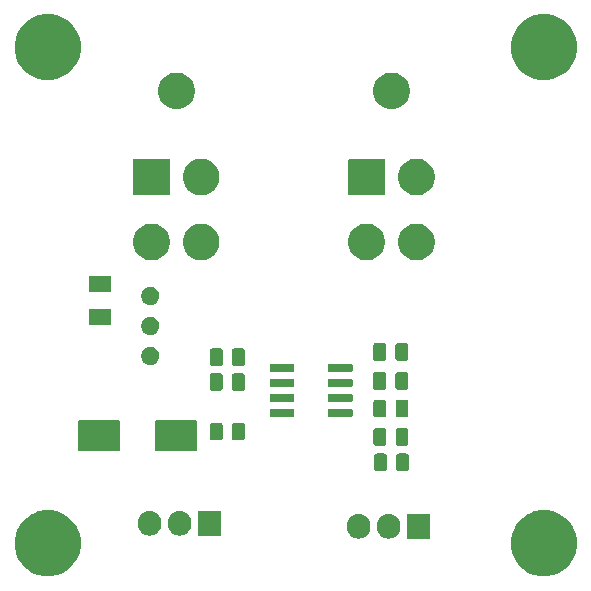
<source format=gbr>
G04 #@! TF.GenerationSoftware,KiCad,Pcbnew,(5.1.5)-3*
G04 #@! TF.CreationDate,2020-09-18T03:55:18-03:00*
G04 #@! TF.ProjectId,Pre charge & discharge,50726520-6368-4617-9267-652026206469,rev?*
G04 #@! TF.SameCoordinates,Original*
G04 #@! TF.FileFunction,Soldermask,Top*
G04 #@! TF.FilePolarity,Negative*
%FSLAX46Y46*%
G04 Gerber Fmt 4.6, Leading zero omitted, Abs format (unit mm)*
G04 Created by KiCad (PCBNEW (5.1.5)-3) date 2020-09-18 03:55:18*
%MOMM*%
%LPD*%
G04 APERTURE LIST*
%ADD10C,0.100000*%
G04 APERTURE END LIST*
D10*
G36*
X191817021Y-83306640D02*
G01*
X192269697Y-83494145D01*
X192326771Y-83517786D01*
X192785534Y-83824321D01*
X193175679Y-84214466D01*
X193464551Y-84646795D01*
X193482215Y-84673231D01*
X193693360Y-85182979D01*
X193801000Y-85724124D01*
X193801000Y-86275876D01*
X193693360Y-86817021D01*
X193482215Y-87326769D01*
X193482214Y-87326771D01*
X193175679Y-87785534D01*
X192785534Y-88175679D01*
X192326771Y-88482214D01*
X192326770Y-88482215D01*
X192326769Y-88482215D01*
X191817021Y-88693360D01*
X191275876Y-88801000D01*
X190724124Y-88801000D01*
X190182979Y-88693360D01*
X189673231Y-88482215D01*
X189673230Y-88482215D01*
X189673229Y-88482214D01*
X189214466Y-88175679D01*
X188824321Y-87785534D01*
X188517786Y-87326771D01*
X188517785Y-87326769D01*
X188306640Y-86817021D01*
X188199000Y-86275876D01*
X188199000Y-85724124D01*
X188306640Y-85182979D01*
X188517785Y-84673231D01*
X188535449Y-84646795D01*
X188824321Y-84214466D01*
X189214466Y-83824321D01*
X189673229Y-83517786D01*
X189730303Y-83494145D01*
X190182979Y-83306640D01*
X190724124Y-83199000D01*
X191275876Y-83199000D01*
X191817021Y-83306640D01*
G37*
G36*
X149817021Y-83306640D02*
G01*
X150269697Y-83494145D01*
X150326771Y-83517786D01*
X150785534Y-83824321D01*
X151175679Y-84214466D01*
X151464551Y-84646795D01*
X151482215Y-84673231D01*
X151693360Y-85182979D01*
X151801000Y-85724124D01*
X151801000Y-86275876D01*
X151693360Y-86817021D01*
X151482215Y-87326769D01*
X151482214Y-87326771D01*
X151175679Y-87785534D01*
X150785534Y-88175679D01*
X150326771Y-88482214D01*
X150326770Y-88482215D01*
X150326769Y-88482215D01*
X149817021Y-88693360D01*
X149275876Y-88801000D01*
X148724124Y-88801000D01*
X148182979Y-88693360D01*
X147673231Y-88482215D01*
X147673230Y-88482215D01*
X147673229Y-88482214D01*
X147214466Y-88175679D01*
X146824321Y-87785534D01*
X146517786Y-87326771D01*
X146517785Y-87326769D01*
X146306640Y-86817021D01*
X146199000Y-86275876D01*
X146199000Y-85724124D01*
X146306640Y-85182979D01*
X146517785Y-84673231D01*
X146535449Y-84646795D01*
X146824321Y-84214466D01*
X147214466Y-83824321D01*
X147673229Y-83517786D01*
X147730303Y-83494145D01*
X148182979Y-83306640D01*
X148724124Y-83199000D01*
X149275876Y-83199000D01*
X149817021Y-83306640D01*
G37*
G36*
X178056720Y-83513520D02*
G01*
X178245881Y-83570901D01*
X178420212Y-83664083D01*
X178573015Y-83789485D01*
X178698417Y-83942288D01*
X178742182Y-84024167D01*
X178791598Y-84116617D01*
X178791599Y-84116620D01*
X178848980Y-84305781D01*
X178863500Y-84453207D01*
X178863500Y-84646794D01*
X178848980Y-84794220D01*
X178791599Y-84983381D01*
X178698417Y-85157712D01*
X178573015Y-85310515D01*
X178420212Y-85435917D01*
X178338333Y-85479682D01*
X178245883Y-85529098D01*
X178245880Y-85529099D01*
X178056719Y-85586480D01*
X177860000Y-85605855D01*
X177663280Y-85586480D01*
X177474119Y-85529099D01*
X177299788Y-85435917D01*
X177146985Y-85310515D01*
X177021583Y-85157712D01*
X176969630Y-85060515D01*
X176928402Y-84983383D01*
X176905448Y-84907712D01*
X176871020Y-84794219D01*
X176856500Y-84646793D01*
X176856500Y-84453206D01*
X176871020Y-84305780D01*
X176928401Y-84116619D01*
X177021583Y-83942288D01*
X177146985Y-83789485D01*
X177299788Y-83664083D01*
X177474120Y-83570901D01*
X177663281Y-83513520D01*
X177860000Y-83494145D01*
X178056720Y-83513520D01*
G37*
G36*
X175516720Y-83513520D02*
G01*
X175705881Y-83570901D01*
X175880212Y-83664083D01*
X176033015Y-83789485D01*
X176158417Y-83942288D01*
X176202182Y-84024167D01*
X176251598Y-84116617D01*
X176251599Y-84116620D01*
X176308980Y-84305781D01*
X176323500Y-84453207D01*
X176323500Y-84646794D01*
X176308980Y-84794220D01*
X176251599Y-84983381D01*
X176158417Y-85157712D01*
X176033015Y-85310515D01*
X175880212Y-85435917D01*
X175798333Y-85479682D01*
X175705883Y-85529098D01*
X175705880Y-85529099D01*
X175516719Y-85586480D01*
X175320000Y-85605855D01*
X175123280Y-85586480D01*
X174934119Y-85529099D01*
X174759788Y-85435917D01*
X174606985Y-85310515D01*
X174481583Y-85157712D01*
X174429630Y-85060515D01*
X174388402Y-84983383D01*
X174365448Y-84907712D01*
X174331020Y-84794219D01*
X174316500Y-84646793D01*
X174316500Y-84453206D01*
X174331020Y-84305780D01*
X174388401Y-84116619D01*
X174481583Y-83942288D01*
X174606985Y-83789485D01*
X174759788Y-83664083D01*
X174934120Y-83570901D01*
X175123281Y-83513520D01*
X175320000Y-83494145D01*
X175516720Y-83513520D01*
G37*
G36*
X181403500Y-85601000D02*
G01*
X179396500Y-85601000D01*
X179396500Y-83499000D01*
X181403500Y-83499000D01*
X181403500Y-85601000D01*
G37*
G36*
X157816720Y-83263520D02*
G01*
X158005881Y-83320901D01*
X158180212Y-83414083D01*
X158333015Y-83539485D01*
X158458417Y-83692288D01*
X158502182Y-83774167D01*
X158551598Y-83866617D01*
X158551599Y-83866620D01*
X158608980Y-84055781D01*
X158623500Y-84203207D01*
X158623500Y-84396794D01*
X158608980Y-84544220D01*
X158551599Y-84733381D01*
X158458417Y-84907712D01*
X158333015Y-85060515D01*
X158180212Y-85185917D01*
X158098333Y-85229682D01*
X158005883Y-85279098D01*
X158005880Y-85279099D01*
X157816719Y-85336480D01*
X157620000Y-85355855D01*
X157423280Y-85336480D01*
X157234119Y-85279099D01*
X157059788Y-85185917D01*
X156906985Y-85060515D01*
X156781583Y-84907712D01*
X156737818Y-84825833D01*
X156688402Y-84733383D01*
X156662136Y-84646794D01*
X156631020Y-84544219D01*
X156616500Y-84396793D01*
X156616500Y-84203206D01*
X156631020Y-84055780D01*
X156688401Y-83866619D01*
X156781583Y-83692288D01*
X156906985Y-83539485D01*
X157059788Y-83414083D01*
X157234120Y-83320901D01*
X157423281Y-83263520D01*
X157620000Y-83244145D01*
X157816720Y-83263520D01*
G37*
G36*
X160356720Y-83263520D02*
G01*
X160545881Y-83320901D01*
X160720212Y-83414083D01*
X160873015Y-83539485D01*
X160998417Y-83692288D01*
X161042182Y-83774167D01*
X161091598Y-83866617D01*
X161091599Y-83866620D01*
X161148980Y-84055781D01*
X161163500Y-84203207D01*
X161163500Y-84396794D01*
X161148980Y-84544220D01*
X161091599Y-84733381D01*
X160998417Y-84907712D01*
X160873015Y-85060515D01*
X160720212Y-85185917D01*
X160638333Y-85229682D01*
X160545883Y-85279098D01*
X160545880Y-85279099D01*
X160356719Y-85336480D01*
X160160000Y-85355855D01*
X159963280Y-85336480D01*
X159774119Y-85279099D01*
X159599788Y-85185917D01*
X159446985Y-85060515D01*
X159321583Y-84907712D01*
X159277818Y-84825833D01*
X159228402Y-84733383D01*
X159202136Y-84646794D01*
X159171020Y-84544219D01*
X159156500Y-84396793D01*
X159156500Y-84203206D01*
X159171020Y-84055780D01*
X159228401Y-83866619D01*
X159321583Y-83692288D01*
X159446985Y-83539485D01*
X159599788Y-83414083D01*
X159774120Y-83320901D01*
X159963281Y-83263520D01*
X160160000Y-83244145D01*
X160356720Y-83263520D01*
G37*
G36*
X163703500Y-85351000D02*
G01*
X161696500Y-85351000D01*
X161696500Y-83249000D01*
X163703500Y-83249000D01*
X163703500Y-85351000D01*
G37*
G36*
X177534468Y-78403565D02*
G01*
X177573138Y-78415296D01*
X177608777Y-78434346D01*
X177640017Y-78459983D01*
X177665654Y-78491223D01*
X177684704Y-78526862D01*
X177696435Y-78565532D01*
X177701000Y-78611888D01*
X177701000Y-79688112D01*
X177696435Y-79734468D01*
X177684704Y-79773138D01*
X177665654Y-79808777D01*
X177640017Y-79840017D01*
X177608777Y-79865654D01*
X177573138Y-79884704D01*
X177534468Y-79896435D01*
X177488112Y-79901000D01*
X176836888Y-79901000D01*
X176790532Y-79896435D01*
X176751862Y-79884704D01*
X176716223Y-79865654D01*
X176684983Y-79840017D01*
X176659346Y-79808777D01*
X176640296Y-79773138D01*
X176628565Y-79734468D01*
X176624000Y-79688112D01*
X176624000Y-78611888D01*
X176628565Y-78565532D01*
X176640296Y-78526862D01*
X176659346Y-78491223D01*
X176684983Y-78459983D01*
X176716223Y-78434346D01*
X176751862Y-78415296D01*
X176790532Y-78403565D01*
X176836888Y-78399000D01*
X177488112Y-78399000D01*
X177534468Y-78403565D01*
G37*
G36*
X179409468Y-78403565D02*
G01*
X179448138Y-78415296D01*
X179483777Y-78434346D01*
X179515017Y-78459983D01*
X179540654Y-78491223D01*
X179559704Y-78526862D01*
X179571435Y-78565532D01*
X179576000Y-78611888D01*
X179576000Y-79688112D01*
X179571435Y-79734468D01*
X179559704Y-79773138D01*
X179540654Y-79808777D01*
X179515017Y-79840017D01*
X179483777Y-79865654D01*
X179448138Y-79884704D01*
X179409468Y-79896435D01*
X179363112Y-79901000D01*
X178711888Y-79901000D01*
X178665532Y-79896435D01*
X178626862Y-79884704D01*
X178591223Y-79865654D01*
X178559983Y-79840017D01*
X178534346Y-79808777D01*
X178515296Y-79773138D01*
X178503565Y-79734468D01*
X178499000Y-79688112D01*
X178499000Y-78611888D01*
X178503565Y-78565532D01*
X178515296Y-78526862D01*
X178534346Y-78491223D01*
X178559983Y-78459983D01*
X178591223Y-78434346D01*
X178626862Y-78415296D01*
X178665532Y-78403565D01*
X178711888Y-78399000D01*
X179363112Y-78399000D01*
X179409468Y-78403565D01*
G37*
G36*
X161521934Y-75602671D02*
G01*
X161551877Y-75611754D01*
X161579465Y-75626500D01*
X161603651Y-75646349D01*
X161623500Y-75670535D01*
X161638246Y-75698123D01*
X161647329Y-75728066D01*
X161651000Y-75765340D01*
X161651000Y-78034660D01*
X161647329Y-78071934D01*
X161638246Y-78101877D01*
X161623500Y-78129465D01*
X161603651Y-78153651D01*
X161579465Y-78173500D01*
X161551877Y-78188246D01*
X161521934Y-78197329D01*
X161484660Y-78201000D01*
X158215340Y-78201000D01*
X158178066Y-78197329D01*
X158148123Y-78188246D01*
X158120535Y-78173500D01*
X158096349Y-78153651D01*
X158076500Y-78129465D01*
X158061754Y-78101877D01*
X158052671Y-78071934D01*
X158049000Y-78034660D01*
X158049000Y-75765340D01*
X158052671Y-75728066D01*
X158061754Y-75698123D01*
X158076500Y-75670535D01*
X158096349Y-75646349D01*
X158120535Y-75626500D01*
X158148123Y-75611754D01*
X158178066Y-75602671D01*
X158215340Y-75599000D01*
X161484660Y-75599000D01*
X161521934Y-75602671D01*
G37*
G36*
X155021934Y-75602671D02*
G01*
X155051877Y-75611754D01*
X155079465Y-75626500D01*
X155103651Y-75646349D01*
X155123500Y-75670535D01*
X155138246Y-75698123D01*
X155147329Y-75728066D01*
X155151000Y-75765340D01*
X155151000Y-78034660D01*
X155147329Y-78071934D01*
X155138246Y-78101877D01*
X155123500Y-78129465D01*
X155103651Y-78153651D01*
X155079465Y-78173500D01*
X155051877Y-78188246D01*
X155021934Y-78197329D01*
X154984660Y-78201000D01*
X151715340Y-78201000D01*
X151678066Y-78197329D01*
X151648123Y-78188246D01*
X151620535Y-78173500D01*
X151596349Y-78153651D01*
X151576500Y-78129465D01*
X151561754Y-78101877D01*
X151552671Y-78071934D01*
X151549000Y-78034660D01*
X151549000Y-75765340D01*
X151552671Y-75728066D01*
X151561754Y-75698123D01*
X151576500Y-75670535D01*
X151596349Y-75646349D01*
X151620535Y-75626500D01*
X151648123Y-75611754D01*
X151678066Y-75602671D01*
X151715340Y-75599000D01*
X154984660Y-75599000D01*
X155021934Y-75602671D01*
G37*
G36*
X177484468Y-76253565D02*
G01*
X177523138Y-76265296D01*
X177558777Y-76284346D01*
X177590017Y-76309983D01*
X177615654Y-76341223D01*
X177634704Y-76376862D01*
X177646435Y-76415532D01*
X177651000Y-76461888D01*
X177651000Y-77538112D01*
X177646435Y-77584468D01*
X177634704Y-77623138D01*
X177615654Y-77658777D01*
X177590017Y-77690017D01*
X177558777Y-77715654D01*
X177523138Y-77734704D01*
X177484468Y-77746435D01*
X177438112Y-77751000D01*
X176786888Y-77751000D01*
X176740532Y-77746435D01*
X176701862Y-77734704D01*
X176666223Y-77715654D01*
X176634983Y-77690017D01*
X176609346Y-77658777D01*
X176590296Y-77623138D01*
X176578565Y-77584468D01*
X176574000Y-77538112D01*
X176574000Y-76461888D01*
X176578565Y-76415532D01*
X176590296Y-76376862D01*
X176609346Y-76341223D01*
X176634983Y-76309983D01*
X176666223Y-76284346D01*
X176701862Y-76265296D01*
X176740532Y-76253565D01*
X176786888Y-76249000D01*
X177438112Y-76249000D01*
X177484468Y-76253565D01*
G37*
G36*
X179359468Y-76253565D02*
G01*
X179398138Y-76265296D01*
X179433777Y-76284346D01*
X179465017Y-76309983D01*
X179490654Y-76341223D01*
X179509704Y-76376862D01*
X179521435Y-76415532D01*
X179526000Y-76461888D01*
X179526000Y-77538112D01*
X179521435Y-77584468D01*
X179509704Y-77623138D01*
X179490654Y-77658777D01*
X179465017Y-77690017D01*
X179433777Y-77715654D01*
X179398138Y-77734704D01*
X179359468Y-77746435D01*
X179313112Y-77751000D01*
X178661888Y-77751000D01*
X178615532Y-77746435D01*
X178576862Y-77734704D01*
X178541223Y-77715654D01*
X178509983Y-77690017D01*
X178484346Y-77658777D01*
X178465296Y-77623138D01*
X178453565Y-77584468D01*
X178449000Y-77538112D01*
X178449000Y-76461888D01*
X178453565Y-76415532D01*
X178465296Y-76376862D01*
X178484346Y-76341223D01*
X178509983Y-76309983D01*
X178541223Y-76284346D01*
X178576862Y-76265296D01*
X178615532Y-76253565D01*
X178661888Y-76249000D01*
X179313112Y-76249000D01*
X179359468Y-76253565D01*
G37*
G36*
X163634468Y-75803565D02*
G01*
X163673138Y-75815296D01*
X163708777Y-75834346D01*
X163740017Y-75859983D01*
X163765654Y-75891223D01*
X163784704Y-75926862D01*
X163796435Y-75965532D01*
X163801000Y-76011888D01*
X163801000Y-77088112D01*
X163796435Y-77134468D01*
X163784704Y-77173138D01*
X163765654Y-77208777D01*
X163740017Y-77240017D01*
X163708777Y-77265654D01*
X163673138Y-77284704D01*
X163634468Y-77296435D01*
X163588112Y-77301000D01*
X162936888Y-77301000D01*
X162890532Y-77296435D01*
X162851862Y-77284704D01*
X162816223Y-77265654D01*
X162784983Y-77240017D01*
X162759346Y-77208777D01*
X162740296Y-77173138D01*
X162728565Y-77134468D01*
X162724000Y-77088112D01*
X162724000Y-76011888D01*
X162728565Y-75965532D01*
X162740296Y-75926862D01*
X162759346Y-75891223D01*
X162784983Y-75859983D01*
X162816223Y-75834346D01*
X162851862Y-75815296D01*
X162890532Y-75803565D01*
X162936888Y-75799000D01*
X163588112Y-75799000D01*
X163634468Y-75803565D01*
G37*
G36*
X165509468Y-75803565D02*
G01*
X165548138Y-75815296D01*
X165583777Y-75834346D01*
X165615017Y-75859983D01*
X165640654Y-75891223D01*
X165659704Y-75926862D01*
X165671435Y-75965532D01*
X165676000Y-76011888D01*
X165676000Y-77088112D01*
X165671435Y-77134468D01*
X165659704Y-77173138D01*
X165640654Y-77208777D01*
X165615017Y-77240017D01*
X165583777Y-77265654D01*
X165548138Y-77284704D01*
X165509468Y-77296435D01*
X165463112Y-77301000D01*
X164811888Y-77301000D01*
X164765532Y-77296435D01*
X164726862Y-77284704D01*
X164691223Y-77265654D01*
X164659983Y-77240017D01*
X164634346Y-77208777D01*
X164615296Y-77173138D01*
X164603565Y-77134468D01*
X164599000Y-77088112D01*
X164599000Y-76011888D01*
X164603565Y-75965532D01*
X164615296Y-75926862D01*
X164634346Y-75891223D01*
X164659983Y-75859983D01*
X164691223Y-75834346D01*
X164726862Y-75815296D01*
X164765532Y-75803565D01*
X164811888Y-75799000D01*
X165463112Y-75799000D01*
X165509468Y-75803565D01*
G37*
G36*
X177484468Y-73853565D02*
G01*
X177523138Y-73865296D01*
X177558777Y-73884346D01*
X177590017Y-73909983D01*
X177615654Y-73941223D01*
X177634704Y-73976862D01*
X177646435Y-74015532D01*
X177651000Y-74061888D01*
X177651000Y-75138112D01*
X177646435Y-75184468D01*
X177634704Y-75223138D01*
X177615654Y-75258777D01*
X177590017Y-75290017D01*
X177558777Y-75315654D01*
X177523138Y-75334704D01*
X177484468Y-75346435D01*
X177438112Y-75351000D01*
X176786888Y-75351000D01*
X176740532Y-75346435D01*
X176701862Y-75334704D01*
X176666223Y-75315654D01*
X176634983Y-75290017D01*
X176609346Y-75258777D01*
X176590296Y-75223138D01*
X176578565Y-75184468D01*
X176574000Y-75138112D01*
X176574000Y-74061888D01*
X176578565Y-74015532D01*
X176590296Y-73976862D01*
X176609346Y-73941223D01*
X176634983Y-73909983D01*
X176666223Y-73884346D01*
X176701862Y-73865296D01*
X176740532Y-73853565D01*
X176786888Y-73849000D01*
X177438112Y-73849000D01*
X177484468Y-73853565D01*
G37*
G36*
X179359468Y-73853565D02*
G01*
X179398138Y-73865296D01*
X179433777Y-73884346D01*
X179465017Y-73909983D01*
X179490654Y-73941223D01*
X179509704Y-73976862D01*
X179521435Y-74015532D01*
X179526000Y-74061888D01*
X179526000Y-75138112D01*
X179521435Y-75184468D01*
X179509704Y-75223138D01*
X179490654Y-75258777D01*
X179465017Y-75290017D01*
X179433777Y-75315654D01*
X179398138Y-75334704D01*
X179359468Y-75346435D01*
X179313112Y-75351000D01*
X178661888Y-75351000D01*
X178615532Y-75346435D01*
X178576862Y-75334704D01*
X178541223Y-75315654D01*
X178509983Y-75290017D01*
X178484346Y-75258777D01*
X178465296Y-75223138D01*
X178453565Y-75184468D01*
X178449000Y-75138112D01*
X178449000Y-74061888D01*
X178453565Y-74015532D01*
X178465296Y-73976862D01*
X178484346Y-73941223D01*
X178509983Y-73909983D01*
X178541223Y-73884346D01*
X178576862Y-73865296D01*
X178615532Y-73853565D01*
X178661888Y-73849000D01*
X179313112Y-73849000D01*
X179359468Y-73853565D01*
G37*
G36*
X174709928Y-74606764D02*
G01*
X174731009Y-74613160D01*
X174750445Y-74623548D01*
X174767476Y-74637524D01*
X174781452Y-74654555D01*
X174791840Y-74673991D01*
X174798236Y-74695072D01*
X174801000Y-74723140D01*
X174801000Y-75186860D01*
X174798236Y-75214928D01*
X174791840Y-75236009D01*
X174781452Y-75255445D01*
X174767476Y-75272476D01*
X174750445Y-75286452D01*
X174731009Y-75296840D01*
X174709928Y-75303236D01*
X174681860Y-75306000D01*
X172868140Y-75306000D01*
X172840072Y-75303236D01*
X172818991Y-75296840D01*
X172799555Y-75286452D01*
X172782524Y-75272476D01*
X172768548Y-75255445D01*
X172758160Y-75236009D01*
X172751764Y-75214928D01*
X172749000Y-75186860D01*
X172749000Y-74723140D01*
X172751764Y-74695072D01*
X172758160Y-74673991D01*
X172768548Y-74654555D01*
X172782524Y-74637524D01*
X172799555Y-74623548D01*
X172818991Y-74613160D01*
X172840072Y-74606764D01*
X172868140Y-74604000D01*
X174681860Y-74604000D01*
X174709928Y-74606764D01*
G37*
G36*
X169759928Y-74606764D02*
G01*
X169781009Y-74613160D01*
X169800445Y-74623548D01*
X169817476Y-74637524D01*
X169831452Y-74654555D01*
X169841840Y-74673991D01*
X169848236Y-74695072D01*
X169851000Y-74723140D01*
X169851000Y-75186860D01*
X169848236Y-75214928D01*
X169841840Y-75236009D01*
X169831452Y-75255445D01*
X169817476Y-75272476D01*
X169800445Y-75286452D01*
X169781009Y-75296840D01*
X169759928Y-75303236D01*
X169731860Y-75306000D01*
X167918140Y-75306000D01*
X167890072Y-75303236D01*
X167868991Y-75296840D01*
X167849555Y-75286452D01*
X167832524Y-75272476D01*
X167818548Y-75255445D01*
X167808160Y-75236009D01*
X167801764Y-75214928D01*
X167799000Y-75186860D01*
X167799000Y-74723140D01*
X167801764Y-74695072D01*
X167808160Y-74673991D01*
X167818548Y-74654555D01*
X167832524Y-74637524D01*
X167849555Y-74623548D01*
X167868991Y-74613160D01*
X167890072Y-74606764D01*
X167918140Y-74604000D01*
X169731860Y-74604000D01*
X169759928Y-74606764D01*
G37*
G36*
X169759928Y-73336764D02*
G01*
X169781009Y-73343160D01*
X169800445Y-73353548D01*
X169817476Y-73367524D01*
X169831452Y-73384555D01*
X169841840Y-73403991D01*
X169848236Y-73425072D01*
X169851000Y-73453140D01*
X169851000Y-73916860D01*
X169848236Y-73944928D01*
X169841840Y-73966009D01*
X169831452Y-73985445D01*
X169817476Y-74002476D01*
X169800445Y-74016452D01*
X169781009Y-74026840D01*
X169759928Y-74033236D01*
X169731860Y-74036000D01*
X167918140Y-74036000D01*
X167890072Y-74033236D01*
X167868991Y-74026840D01*
X167849555Y-74016452D01*
X167832524Y-74002476D01*
X167818548Y-73985445D01*
X167808160Y-73966009D01*
X167801764Y-73944928D01*
X167799000Y-73916860D01*
X167799000Y-73453140D01*
X167801764Y-73425072D01*
X167808160Y-73403991D01*
X167818548Y-73384555D01*
X167832524Y-73367524D01*
X167849555Y-73353548D01*
X167868991Y-73343160D01*
X167890072Y-73336764D01*
X167918140Y-73334000D01*
X169731860Y-73334000D01*
X169759928Y-73336764D01*
G37*
G36*
X174709928Y-73336764D02*
G01*
X174731009Y-73343160D01*
X174750445Y-73353548D01*
X174767476Y-73367524D01*
X174781452Y-73384555D01*
X174791840Y-73403991D01*
X174798236Y-73425072D01*
X174801000Y-73453140D01*
X174801000Y-73916860D01*
X174798236Y-73944928D01*
X174791840Y-73966009D01*
X174781452Y-73985445D01*
X174767476Y-74002476D01*
X174750445Y-74016452D01*
X174731009Y-74026840D01*
X174709928Y-74033236D01*
X174681860Y-74036000D01*
X172868140Y-74036000D01*
X172840072Y-74033236D01*
X172818991Y-74026840D01*
X172799555Y-74016452D01*
X172782524Y-74002476D01*
X172768548Y-73985445D01*
X172758160Y-73966009D01*
X172751764Y-73944928D01*
X172749000Y-73916860D01*
X172749000Y-73453140D01*
X172751764Y-73425072D01*
X172758160Y-73403991D01*
X172768548Y-73384555D01*
X172782524Y-73367524D01*
X172799555Y-73353548D01*
X172818991Y-73343160D01*
X172840072Y-73336764D01*
X172868140Y-73334000D01*
X174681860Y-73334000D01*
X174709928Y-73336764D01*
G37*
G36*
X163634468Y-71603565D02*
G01*
X163673138Y-71615296D01*
X163708777Y-71634346D01*
X163740017Y-71659983D01*
X163765654Y-71691223D01*
X163784704Y-71726862D01*
X163796435Y-71765532D01*
X163801000Y-71811888D01*
X163801000Y-72888112D01*
X163796435Y-72934468D01*
X163784704Y-72973138D01*
X163765654Y-73008777D01*
X163740017Y-73040017D01*
X163708777Y-73065654D01*
X163673138Y-73084704D01*
X163634468Y-73096435D01*
X163588112Y-73101000D01*
X162936888Y-73101000D01*
X162890532Y-73096435D01*
X162851862Y-73084704D01*
X162816223Y-73065654D01*
X162784983Y-73040017D01*
X162759346Y-73008777D01*
X162740296Y-72973138D01*
X162728565Y-72934468D01*
X162724000Y-72888112D01*
X162724000Y-71811888D01*
X162728565Y-71765532D01*
X162740296Y-71726862D01*
X162759346Y-71691223D01*
X162784983Y-71659983D01*
X162816223Y-71634346D01*
X162851862Y-71615296D01*
X162890532Y-71603565D01*
X162936888Y-71599000D01*
X163588112Y-71599000D01*
X163634468Y-71603565D01*
G37*
G36*
X165509468Y-71603565D02*
G01*
X165548138Y-71615296D01*
X165583777Y-71634346D01*
X165615017Y-71659983D01*
X165640654Y-71691223D01*
X165659704Y-71726862D01*
X165671435Y-71765532D01*
X165676000Y-71811888D01*
X165676000Y-72888112D01*
X165671435Y-72934468D01*
X165659704Y-72973138D01*
X165640654Y-73008777D01*
X165615017Y-73040017D01*
X165583777Y-73065654D01*
X165548138Y-73084704D01*
X165509468Y-73096435D01*
X165463112Y-73101000D01*
X164811888Y-73101000D01*
X164765532Y-73096435D01*
X164726862Y-73084704D01*
X164691223Y-73065654D01*
X164659983Y-73040017D01*
X164634346Y-73008777D01*
X164615296Y-72973138D01*
X164603565Y-72934468D01*
X164599000Y-72888112D01*
X164599000Y-71811888D01*
X164603565Y-71765532D01*
X164615296Y-71726862D01*
X164634346Y-71691223D01*
X164659983Y-71659983D01*
X164691223Y-71634346D01*
X164726862Y-71615296D01*
X164765532Y-71603565D01*
X164811888Y-71599000D01*
X165463112Y-71599000D01*
X165509468Y-71603565D01*
G37*
G36*
X177471968Y-71503565D02*
G01*
X177510638Y-71515296D01*
X177546277Y-71534346D01*
X177577517Y-71559983D01*
X177603154Y-71591223D01*
X177622204Y-71626862D01*
X177633935Y-71665532D01*
X177638500Y-71711888D01*
X177638500Y-72788112D01*
X177633935Y-72834468D01*
X177622204Y-72873138D01*
X177603154Y-72908777D01*
X177577517Y-72940017D01*
X177546277Y-72965654D01*
X177510638Y-72984704D01*
X177471968Y-72996435D01*
X177425612Y-73001000D01*
X176774388Y-73001000D01*
X176728032Y-72996435D01*
X176689362Y-72984704D01*
X176653723Y-72965654D01*
X176622483Y-72940017D01*
X176596846Y-72908777D01*
X176577796Y-72873138D01*
X176566065Y-72834468D01*
X176561500Y-72788112D01*
X176561500Y-71711888D01*
X176566065Y-71665532D01*
X176577796Y-71626862D01*
X176596846Y-71591223D01*
X176622483Y-71559983D01*
X176653723Y-71534346D01*
X176689362Y-71515296D01*
X176728032Y-71503565D01*
X176774388Y-71499000D01*
X177425612Y-71499000D01*
X177471968Y-71503565D01*
G37*
G36*
X179346968Y-71503565D02*
G01*
X179385638Y-71515296D01*
X179421277Y-71534346D01*
X179452517Y-71559983D01*
X179478154Y-71591223D01*
X179497204Y-71626862D01*
X179508935Y-71665532D01*
X179513500Y-71711888D01*
X179513500Y-72788112D01*
X179508935Y-72834468D01*
X179497204Y-72873138D01*
X179478154Y-72908777D01*
X179452517Y-72940017D01*
X179421277Y-72965654D01*
X179385638Y-72984704D01*
X179346968Y-72996435D01*
X179300612Y-73001000D01*
X178649388Y-73001000D01*
X178603032Y-72996435D01*
X178564362Y-72984704D01*
X178528723Y-72965654D01*
X178497483Y-72940017D01*
X178471846Y-72908777D01*
X178452796Y-72873138D01*
X178441065Y-72834468D01*
X178436500Y-72788112D01*
X178436500Y-71711888D01*
X178441065Y-71665532D01*
X178452796Y-71626862D01*
X178471846Y-71591223D01*
X178497483Y-71559983D01*
X178528723Y-71534346D01*
X178564362Y-71515296D01*
X178603032Y-71503565D01*
X178649388Y-71499000D01*
X179300612Y-71499000D01*
X179346968Y-71503565D01*
G37*
G36*
X174709928Y-72066764D02*
G01*
X174731009Y-72073160D01*
X174750445Y-72083548D01*
X174767476Y-72097524D01*
X174781452Y-72114555D01*
X174791840Y-72133991D01*
X174798236Y-72155072D01*
X174801000Y-72183140D01*
X174801000Y-72646860D01*
X174798236Y-72674928D01*
X174791840Y-72696009D01*
X174781452Y-72715445D01*
X174767476Y-72732476D01*
X174750445Y-72746452D01*
X174731009Y-72756840D01*
X174709928Y-72763236D01*
X174681860Y-72766000D01*
X172868140Y-72766000D01*
X172840072Y-72763236D01*
X172818991Y-72756840D01*
X172799555Y-72746452D01*
X172782524Y-72732476D01*
X172768548Y-72715445D01*
X172758160Y-72696009D01*
X172751764Y-72674928D01*
X172749000Y-72646860D01*
X172749000Y-72183140D01*
X172751764Y-72155072D01*
X172758160Y-72133991D01*
X172768548Y-72114555D01*
X172782524Y-72097524D01*
X172799555Y-72083548D01*
X172818991Y-72073160D01*
X172840072Y-72066764D01*
X172868140Y-72064000D01*
X174681860Y-72064000D01*
X174709928Y-72066764D01*
G37*
G36*
X169759928Y-72066764D02*
G01*
X169781009Y-72073160D01*
X169800445Y-72083548D01*
X169817476Y-72097524D01*
X169831452Y-72114555D01*
X169841840Y-72133991D01*
X169848236Y-72155072D01*
X169851000Y-72183140D01*
X169851000Y-72646860D01*
X169848236Y-72674928D01*
X169841840Y-72696009D01*
X169831452Y-72715445D01*
X169817476Y-72732476D01*
X169800445Y-72746452D01*
X169781009Y-72756840D01*
X169759928Y-72763236D01*
X169731860Y-72766000D01*
X167918140Y-72766000D01*
X167890072Y-72763236D01*
X167868991Y-72756840D01*
X167849555Y-72746452D01*
X167832524Y-72732476D01*
X167818548Y-72715445D01*
X167808160Y-72696009D01*
X167801764Y-72674928D01*
X167799000Y-72646860D01*
X167799000Y-72183140D01*
X167801764Y-72155072D01*
X167808160Y-72133991D01*
X167818548Y-72114555D01*
X167832524Y-72097524D01*
X167849555Y-72083548D01*
X167868991Y-72073160D01*
X167890072Y-72066764D01*
X167918140Y-72064000D01*
X169731860Y-72064000D01*
X169759928Y-72066764D01*
G37*
G36*
X174709928Y-70796764D02*
G01*
X174731009Y-70803160D01*
X174750445Y-70813548D01*
X174767476Y-70827524D01*
X174781452Y-70844555D01*
X174791840Y-70863991D01*
X174798236Y-70885072D01*
X174801000Y-70913140D01*
X174801000Y-71376860D01*
X174798236Y-71404928D01*
X174791840Y-71426009D01*
X174781452Y-71445445D01*
X174767476Y-71462476D01*
X174750445Y-71476452D01*
X174731009Y-71486840D01*
X174709928Y-71493236D01*
X174681860Y-71496000D01*
X172868140Y-71496000D01*
X172840072Y-71493236D01*
X172818991Y-71486840D01*
X172799555Y-71476452D01*
X172782524Y-71462476D01*
X172768548Y-71445445D01*
X172758160Y-71426009D01*
X172751764Y-71404928D01*
X172749000Y-71376860D01*
X172749000Y-70913140D01*
X172751764Y-70885072D01*
X172758160Y-70863991D01*
X172768548Y-70844555D01*
X172782524Y-70827524D01*
X172799555Y-70813548D01*
X172818991Y-70803160D01*
X172840072Y-70796764D01*
X172868140Y-70794000D01*
X174681860Y-70794000D01*
X174709928Y-70796764D01*
G37*
G36*
X169759928Y-70796764D02*
G01*
X169781009Y-70803160D01*
X169800445Y-70813548D01*
X169817476Y-70827524D01*
X169831452Y-70844555D01*
X169841840Y-70863991D01*
X169848236Y-70885072D01*
X169851000Y-70913140D01*
X169851000Y-71376860D01*
X169848236Y-71404928D01*
X169841840Y-71426009D01*
X169831452Y-71445445D01*
X169817476Y-71462476D01*
X169800445Y-71476452D01*
X169781009Y-71486840D01*
X169759928Y-71493236D01*
X169731860Y-71496000D01*
X167918140Y-71496000D01*
X167890072Y-71493236D01*
X167868991Y-71486840D01*
X167849555Y-71476452D01*
X167832524Y-71462476D01*
X167818548Y-71445445D01*
X167808160Y-71426009D01*
X167801764Y-71404928D01*
X167799000Y-71376860D01*
X167799000Y-70913140D01*
X167801764Y-70885072D01*
X167808160Y-70863991D01*
X167818548Y-70844555D01*
X167832524Y-70827524D01*
X167849555Y-70813548D01*
X167868991Y-70803160D01*
X167890072Y-70796764D01*
X167918140Y-70794000D01*
X169731860Y-70794000D01*
X169759928Y-70796764D01*
G37*
G36*
X165509468Y-69503565D02*
G01*
X165548138Y-69515296D01*
X165583777Y-69534346D01*
X165615017Y-69559983D01*
X165640654Y-69591223D01*
X165659704Y-69626862D01*
X165671435Y-69665532D01*
X165676000Y-69711888D01*
X165676000Y-70788112D01*
X165671435Y-70834468D01*
X165659704Y-70873138D01*
X165640654Y-70908777D01*
X165615017Y-70940017D01*
X165583777Y-70965654D01*
X165548138Y-70984704D01*
X165509468Y-70996435D01*
X165463112Y-71001000D01*
X164811888Y-71001000D01*
X164765532Y-70996435D01*
X164726862Y-70984704D01*
X164691223Y-70965654D01*
X164659983Y-70940017D01*
X164634346Y-70908777D01*
X164615296Y-70873138D01*
X164603565Y-70834468D01*
X164599000Y-70788112D01*
X164599000Y-69711888D01*
X164603565Y-69665532D01*
X164615296Y-69626862D01*
X164634346Y-69591223D01*
X164659983Y-69559983D01*
X164691223Y-69534346D01*
X164726862Y-69515296D01*
X164765532Y-69503565D01*
X164811888Y-69499000D01*
X165463112Y-69499000D01*
X165509468Y-69503565D01*
G37*
G36*
X163634468Y-69503565D02*
G01*
X163673138Y-69515296D01*
X163708777Y-69534346D01*
X163740017Y-69559983D01*
X163765654Y-69591223D01*
X163784704Y-69626862D01*
X163796435Y-69665532D01*
X163801000Y-69711888D01*
X163801000Y-70788112D01*
X163796435Y-70834468D01*
X163784704Y-70873138D01*
X163765654Y-70908777D01*
X163740017Y-70940017D01*
X163708777Y-70965654D01*
X163673138Y-70984704D01*
X163634468Y-70996435D01*
X163588112Y-71001000D01*
X162936888Y-71001000D01*
X162890532Y-70996435D01*
X162851862Y-70984704D01*
X162816223Y-70965654D01*
X162784983Y-70940017D01*
X162759346Y-70908777D01*
X162740296Y-70873138D01*
X162728565Y-70834468D01*
X162724000Y-70788112D01*
X162724000Y-69711888D01*
X162728565Y-69665532D01*
X162740296Y-69626862D01*
X162759346Y-69591223D01*
X162784983Y-69559983D01*
X162816223Y-69534346D01*
X162851862Y-69515296D01*
X162890532Y-69503565D01*
X162936888Y-69499000D01*
X163588112Y-69499000D01*
X163634468Y-69503565D01*
G37*
G36*
X157805589Y-69364876D02*
G01*
X157904893Y-69384629D01*
X158045206Y-69442748D01*
X158171484Y-69527125D01*
X158278875Y-69634516D01*
X158363252Y-69760794D01*
X158421371Y-69901107D01*
X158451000Y-70050063D01*
X158451000Y-70201937D01*
X158421371Y-70350893D01*
X158363252Y-70491206D01*
X158278875Y-70617484D01*
X158171484Y-70724875D01*
X158045206Y-70809252D01*
X157904893Y-70867371D01*
X157815903Y-70885072D01*
X157755938Y-70897000D01*
X157604062Y-70897000D01*
X157544097Y-70885072D01*
X157455107Y-70867371D01*
X157314794Y-70809252D01*
X157188516Y-70724875D01*
X157081125Y-70617484D01*
X156996748Y-70491206D01*
X156938629Y-70350893D01*
X156909000Y-70201937D01*
X156909000Y-70050063D01*
X156938629Y-69901107D01*
X156996748Y-69760794D01*
X157081125Y-69634516D01*
X157188516Y-69527125D01*
X157314794Y-69442748D01*
X157455107Y-69384629D01*
X157554411Y-69364876D01*
X157604062Y-69355000D01*
X157755938Y-69355000D01*
X157805589Y-69364876D01*
G37*
G36*
X177471968Y-69053565D02*
G01*
X177510638Y-69065296D01*
X177546277Y-69084346D01*
X177577517Y-69109983D01*
X177603154Y-69141223D01*
X177622204Y-69176862D01*
X177633935Y-69215532D01*
X177638500Y-69261888D01*
X177638500Y-70338112D01*
X177633935Y-70384468D01*
X177622204Y-70423138D01*
X177603154Y-70458777D01*
X177577517Y-70490017D01*
X177546277Y-70515654D01*
X177510638Y-70534704D01*
X177471968Y-70546435D01*
X177425612Y-70551000D01*
X176774388Y-70551000D01*
X176728032Y-70546435D01*
X176689362Y-70534704D01*
X176653723Y-70515654D01*
X176622483Y-70490017D01*
X176596846Y-70458777D01*
X176577796Y-70423138D01*
X176566065Y-70384468D01*
X176561500Y-70338112D01*
X176561500Y-69261888D01*
X176566065Y-69215532D01*
X176577796Y-69176862D01*
X176596846Y-69141223D01*
X176622483Y-69109983D01*
X176653723Y-69084346D01*
X176689362Y-69065296D01*
X176728032Y-69053565D01*
X176774388Y-69049000D01*
X177425612Y-69049000D01*
X177471968Y-69053565D01*
G37*
G36*
X179346968Y-69053565D02*
G01*
X179385638Y-69065296D01*
X179421277Y-69084346D01*
X179452517Y-69109983D01*
X179478154Y-69141223D01*
X179497204Y-69176862D01*
X179508935Y-69215532D01*
X179513500Y-69261888D01*
X179513500Y-70338112D01*
X179508935Y-70384468D01*
X179497204Y-70423138D01*
X179478154Y-70458777D01*
X179452517Y-70490017D01*
X179421277Y-70515654D01*
X179385638Y-70534704D01*
X179346968Y-70546435D01*
X179300612Y-70551000D01*
X178649388Y-70551000D01*
X178603032Y-70546435D01*
X178564362Y-70534704D01*
X178528723Y-70515654D01*
X178497483Y-70490017D01*
X178471846Y-70458777D01*
X178452796Y-70423138D01*
X178441065Y-70384468D01*
X178436500Y-70338112D01*
X178436500Y-69261888D01*
X178441065Y-69215532D01*
X178452796Y-69176862D01*
X178471846Y-69141223D01*
X178497483Y-69109983D01*
X178528723Y-69084346D01*
X178564362Y-69065296D01*
X178603032Y-69053565D01*
X178649388Y-69049000D01*
X179300612Y-69049000D01*
X179346968Y-69053565D01*
G37*
G36*
X157805589Y-66824876D02*
G01*
X157904893Y-66844629D01*
X158045206Y-66902748D01*
X158171484Y-66987125D01*
X158278875Y-67094516D01*
X158363252Y-67220794D01*
X158421371Y-67361107D01*
X158451000Y-67510063D01*
X158451000Y-67661937D01*
X158421371Y-67810893D01*
X158363252Y-67951206D01*
X158278875Y-68077484D01*
X158171484Y-68184875D01*
X158045206Y-68269252D01*
X157904893Y-68327371D01*
X157805589Y-68347124D01*
X157755938Y-68357000D01*
X157604062Y-68357000D01*
X157554411Y-68347124D01*
X157455107Y-68327371D01*
X157314794Y-68269252D01*
X157188516Y-68184875D01*
X157081125Y-68077484D01*
X156996748Y-67951206D01*
X156938629Y-67810893D01*
X156909000Y-67661937D01*
X156909000Y-67510063D01*
X156938629Y-67361107D01*
X156996748Y-67220794D01*
X157081125Y-67094516D01*
X157188516Y-66987125D01*
X157314794Y-66902748D01*
X157455107Y-66844629D01*
X157554411Y-66824876D01*
X157604062Y-66815000D01*
X157755938Y-66815000D01*
X157805589Y-66824876D01*
G37*
G36*
X154376000Y-67526000D02*
G01*
X152524000Y-67526000D01*
X152524000Y-66174000D01*
X154376000Y-66174000D01*
X154376000Y-67526000D01*
G37*
G36*
X157805589Y-64284876D02*
G01*
X157904893Y-64304629D01*
X158045206Y-64362748D01*
X158171484Y-64447125D01*
X158278875Y-64554516D01*
X158363252Y-64680794D01*
X158421371Y-64821107D01*
X158451000Y-64970063D01*
X158451000Y-65121937D01*
X158421371Y-65270893D01*
X158363252Y-65411206D01*
X158278875Y-65537484D01*
X158171484Y-65644875D01*
X158045206Y-65729252D01*
X157904893Y-65787371D01*
X157805589Y-65807124D01*
X157755938Y-65817000D01*
X157604062Y-65817000D01*
X157554411Y-65807124D01*
X157455107Y-65787371D01*
X157314794Y-65729252D01*
X157188516Y-65644875D01*
X157081125Y-65537484D01*
X156996748Y-65411206D01*
X156938629Y-65270893D01*
X156909000Y-65121937D01*
X156909000Y-64970063D01*
X156938629Y-64821107D01*
X156996748Y-64680794D01*
X157081125Y-64554516D01*
X157188516Y-64447125D01*
X157314794Y-64362748D01*
X157455107Y-64304629D01*
X157554411Y-64284876D01*
X157604062Y-64275000D01*
X157755938Y-64275000D01*
X157805589Y-64284876D01*
G37*
G36*
X154376000Y-64726000D02*
G01*
X152524000Y-64726000D01*
X152524000Y-63374000D01*
X154376000Y-63374000D01*
X154376000Y-64726000D01*
G37*
G36*
X162288585Y-58978802D02*
G01*
X162438410Y-59008604D01*
X162720674Y-59125521D01*
X162974705Y-59295259D01*
X163190741Y-59511295D01*
X163360479Y-59765326D01*
X163477396Y-60047590D01*
X163537000Y-60347240D01*
X163537000Y-60652760D01*
X163477396Y-60952410D01*
X163360479Y-61234674D01*
X163190741Y-61488705D01*
X162974705Y-61704741D01*
X162720674Y-61874479D01*
X162438410Y-61991396D01*
X162288585Y-62021198D01*
X162138761Y-62051000D01*
X161833239Y-62051000D01*
X161683415Y-62021198D01*
X161533590Y-61991396D01*
X161251326Y-61874479D01*
X160997295Y-61704741D01*
X160781259Y-61488705D01*
X160611521Y-61234674D01*
X160494604Y-60952410D01*
X160435000Y-60652760D01*
X160435000Y-60347240D01*
X160494604Y-60047590D01*
X160611521Y-59765326D01*
X160781259Y-59511295D01*
X160997295Y-59295259D01*
X161251326Y-59125521D01*
X161533590Y-59008604D01*
X161683415Y-58978802D01*
X161833239Y-58949000D01*
X162138761Y-58949000D01*
X162288585Y-58978802D01*
G37*
G36*
X158088585Y-58978802D02*
G01*
X158238410Y-59008604D01*
X158520674Y-59125521D01*
X158774705Y-59295259D01*
X158990741Y-59511295D01*
X159160479Y-59765326D01*
X159277396Y-60047590D01*
X159337000Y-60347240D01*
X159337000Y-60652760D01*
X159277396Y-60952410D01*
X159160479Y-61234674D01*
X158990741Y-61488705D01*
X158774705Y-61704741D01*
X158520674Y-61874479D01*
X158238410Y-61991396D01*
X158088585Y-62021198D01*
X157938761Y-62051000D01*
X157633239Y-62051000D01*
X157483415Y-62021198D01*
X157333590Y-61991396D01*
X157051326Y-61874479D01*
X156797295Y-61704741D01*
X156581259Y-61488705D01*
X156411521Y-61234674D01*
X156294604Y-60952410D01*
X156235000Y-60652760D01*
X156235000Y-60347240D01*
X156294604Y-60047590D01*
X156411521Y-59765326D01*
X156581259Y-59511295D01*
X156797295Y-59295259D01*
X157051326Y-59125521D01*
X157333590Y-59008604D01*
X157483415Y-58978802D01*
X157633239Y-58949000D01*
X157938761Y-58949000D01*
X158088585Y-58978802D01*
G37*
G36*
X176302585Y-58978802D02*
G01*
X176452410Y-59008604D01*
X176734674Y-59125521D01*
X176988705Y-59295259D01*
X177204741Y-59511295D01*
X177374479Y-59765326D01*
X177491396Y-60047590D01*
X177551000Y-60347240D01*
X177551000Y-60652760D01*
X177491396Y-60952410D01*
X177374479Y-61234674D01*
X177204741Y-61488705D01*
X176988705Y-61704741D01*
X176734674Y-61874479D01*
X176452410Y-61991396D01*
X176302585Y-62021198D01*
X176152761Y-62051000D01*
X175847239Y-62051000D01*
X175697415Y-62021198D01*
X175547590Y-61991396D01*
X175265326Y-61874479D01*
X175011295Y-61704741D01*
X174795259Y-61488705D01*
X174625521Y-61234674D01*
X174508604Y-60952410D01*
X174449000Y-60652760D01*
X174449000Y-60347240D01*
X174508604Y-60047590D01*
X174625521Y-59765326D01*
X174795259Y-59511295D01*
X175011295Y-59295259D01*
X175265326Y-59125521D01*
X175547590Y-59008604D01*
X175697415Y-58978802D01*
X175847239Y-58949000D01*
X176152761Y-58949000D01*
X176302585Y-58978802D01*
G37*
G36*
X180502585Y-58978802D02*
G01*
X180652410Y-59008604D01*
X180934674Y-59125521D01*
X181188705Y-59295259D01*
X181404741Y-59511295D01*
X181574479Y-59765326D01*
X181691396Y-60047590D01*
X181751000Y-60347240D01*
X181751000Y-60652760D01*
X181691396Y-60952410D01*
X181574479Y-61234674D01*
X181404741Y-61488705D01*
X181188705Y-61704741D01*
X180934674Y-61874479D01*
X180652410Y-61991396D01*
X180502585Y-62021198D01*
X180352761Y-62051000D01*
X180047239Y-62051000D01*
X179897415Y-62021198D01*
X179747590Y-61991396D01*
X179465326Y-61874479D01*
X179211295Y-61704741D01*
X178995259Y-61488705D01*
X178825521Y-61234674D01*
X178708604Y-60952410D01*
X178649000Y-60652760D01*
X178649000Y-60347240D01*
X178708604Y-60047590D01*
X178825521Y-59765326D01*
X178995259Y-59511295D01*
X179211295Y-59295259D01*
X179465326Y-59125521D01*
X179747590Y-59008604D01*
X179897415Y-58978802D01*
X180047239Y-58949000D01*
X180352761Y-58949000D01*
X180502585Y-58978802D01*
G37*
G36*
X159254029Y-53451571D02*
G01*
X159273223Y-53457394D01*
X159290918Y-53466852D01*
X159306423Y-53479577D01*
X159319148Y-53495082D01*
X159328606Y-53512777D01*
X159334429Y-53531971D01*
X159337000Y-53558077D01*
X159337000Y-56441923D01*
X159334429Y-56468029D01*
X159328606Y-56487223D01*
X159319148Y-56504918D01*
X159306423Y-56520423D01*
X159290918Y-56533148D01*
X159273223Y-56542606D01*
X159254029Y-56548429D01*
X159227923Y-56551000D01*
X156344077Y-56551000D01*
X156317971Y-56548429D01*
X156298777Y-56542606D01*
X156281082Y-56533148D01*
X156265577Y-56520423D01*
X156252852Y-56504918D01*
X156243394Y-56487223D01*
X156237571Y-56468029D01*
X156235000Y-56441923D01*
X156235000Y-53558077D01*
X156237571Y-53531971D01*
X156243394Y-53512777D01*
X156252852Y-53495082D01*
X156265577Y-53479577D01*
X156281082Y-53466852D01*
X156298777Y-53457394D01*
X156317971Y-53451571D01*
X156344077Y-53449000D01*
X159227923Y-53449000D01*
X159254029Y-53451571D01*
G37*
G36*
X177468029Y-53451571D02*
G01*
X177487223Y-53457394D01*
X177504918Y-53466852D01*
X177520423Y-53479577D01*
X177533148Y-53495082D01*
X177542606Y-53512777D01*
X177548429Y-53531971D01*
X177551000Y-53558077D01*
X177551000Y-56441923D01*
X177548429Y-56468029D01*
X177542606Y-56487223D01*
X177533148Y-56504918D01*
X177520423Y-56520423D01*
X177504918Y-56533148D01*
X177487223Y-56542606D01*
X177468029Y-56548429D01*
X177441923Y-56551000D01*
X174558077Y-56551000D01*
X174531971Y-56548429D01*
X174512777Y-56542606D01*
X174495082Y-56533148D01*
X174479577Y-56520423D01*
X174466852Y-56504918D01*
X174457394Y-56487223D01*
X174451571Y-56468029D01*
X174449000Y-56441923D01*
X174449000Y-53558077D01*
X174451571Y-53531971D01*
X174457394Y-53512777D01*
X174466852Y-53495082D01*
X174479577Y-53479577D01*
X174495082Y-53466852D01*
X174512777Y-53457394D01*
X174531971Y-53451571D01*
X174558077Y-53449000D01*
X177441923Y-53449000D01*
X177468029Y-53451571D01*
G37*
G36*
X180502585Y-53478802D02*
G01*
X180652410Y-53508604D01*
X180934674Y-53625521D01*
X181188705Y-53795259D01*
X181404741Y-54011295D01*
X181574479Y-54265326D01*
X181691396Y-54547590D01*
X181751000Y-54847240D01*
X181751000Y-55152760D01*
X181691396Y-55452410D01*
X181574479Y-55734674D01*
X181404741Y-55988705D01*
X181188705Y-56204741D01*
X180934674Y-56374479D01*
X180652410Y-56491396D01*
X180584430Y-56504918D01*
X180352761Y-56551000D01*
X180047239Y-56551000D01*
X179815570Y-56504918D01*
X179747590Y-56491396D01*
X179465326Y-56374479D01*
X179211295Y-56204741D01*
X178995259Y-55988705D01*
X178825521Y-55734674D01*
X178708604Y-55452410D01*
X178649000Y-55152760D01*
X178649000Y-54847240D01*
X178708604Y-54547590D01*
X178825521Y-54265326D01*
X178995259Y-54011295D01*
X179211295Y-53795259D01*
X179465326Y-53625521D01*
X179747590Y-53508604D01*
X179897415Y-53478802D01*
X180047239Y-53449000D01*
X180352761Y-53449000D01*
X180502585Y-53478802D01*
G37*
G36*
X162288585Y-53478802D02*
G01*
X162438410Y-53508604D01*
X162720674Y-53625521D01*
X162974705Y-53795259D01*
X163190741Y-54011295D01*
X163360479Y-54265326D01*
X163477396Y-54547590D01*
X163537000Y-54847240D01*
X163537000Y-55152760D01*
X163477396Y-55452410D01*
X163360479Y-55734674D01*
X163190741Y-55988705D01*
X162974705Y-56204741D01*
X162720674Y-56374479D01*
X162438410Y-56491396D01*
X162370430Y-56504918D01*
X162138761Y-56551000D01*
X161833239Y-56551000D01*
X161601570Y-56504918D01*
X161533590Y-56491396D01*
X161251326Y-56374479D01*
X160997295Y-56204741D01*
X160781259Y-55988705D01*
X160611521Y-55734674D01*
X160494604Y-55452410D01*
X160435000Y-55152760D01*
X160435000Y-54847240D01*
X160494604Y-54547590D01*
X160611521Y-54265326D01*
X160781259Y-54011295D01*
X160997295Y-53795259D01*
X161251326Y-53625521D01*
X161533590Y-53508604D01*
X161683415Y-53478802D01*
X161833239Y-53449000D01*
X162138761Y-53449000D01*
X162288585Y-53478802D01*
G37*
G36*
X178386885Y-46175679D02*
G01*
X178552410Y-46208604D01*
X178834674Y-46325521D01*
X179088705Y-46495259D01*
X179304741Y-46711295D01*
X179474479Y-46965326D01*
X179591396Y-47247590D01*
X179651000Y-47547240D01*
X179651000Y-47852760D01*
X179591396Y-48152410D01*
X179474479Y-48434674D01*
X179304741Y-48688705D01*
X179088705Y-48904741D01*
X178834674Y-49074479D01*
X178552410Y-49191396D01*
X178402585Y-49221198D01*
X178252761Y-49251000D01*
X177947239Y-49251000D01*
X177797415Y-49221198D01*
X177647590Y-49191396D01*
X177365326Y-49074479D01*
X177111295Y-48904741D01*
X176895259Y-48688705D01*
X176725521Y-48434674D01*
X176608604Y-48152410D01*
X176549000Y-47852760D01*
X176549000Y-47547240D01*
X176608604Y-47247590D01*
X176725521Y-46965326D01*
X176895259Y-46711295D01*
X177111295Y-46495259D01*
X177365326Y-46325521D01*
X177647590Y-46208604D01*
X177813115Y-46175679D01*
X177947239Y-46149000D01*
X178252761Y-46149000D01*
X178386885Y-46175679D01*
G37*
G36*
X160172885Y-46175679D02*
G01*
X160338410Y-46208604D01*
X160620674Y-46325521D01*
X160874705Y-46495259D01*
X161090741Y-46711295D01*
X161260479Y-46965326D01*
X161377396Y-47247590D01*
X161437000Y-47547240D01*
X161437000Y-47852760D01*
X161377396Y-48152410D01*
X161260479Y-48434674D01*
X161090741Y-48688705D01*
X160874705Y-48904741D01*
X160620674Y-49074479D01*
X160338410Y-49191396D01*
X160188585Y-49221198D01*
X160038761Y-49251000D01*
X159733239Y-49251000D01*
X159583415Y-49221198D01*
X159433590Y-49191396D01*
X159151326Y-49074479D01*
X158897295Y-48904741D01*
X158681259Y-48688705D01*
X158511521Y-48434674D01*
X158394604Y-48152410D01*
X158335000Y-47852760D01*
X158335000Y-47547240D01*
X158394604Y-47247590D01*
X158511521Y-46965326D01*
X158681259Y-46711295D01*
X158897295Y-46495259D01*
X159151326Y-46325521D01*
X159433590Y-46208604D01*
X159599115Y-46175679D01*
X159733239Y-46149000D01*
X160038761Y-46149000D01*
X160172885Y-46175679D01*
G37*
G36*
X191817021Y-41306640D02*
G01*
X192326769Y-41517785D01*
X192326771Y-41517786D01*
X192785534Y-41824321D01*
X193175679Y-42214466D01*
X193482214Y-42673229D01*
X193482215Y-42673231D01*
X193693360Y-43182979D01*
X193801000Y-43724124D01*
X193801000Y-44275876D01*
X193693360Y-44817021D01*
X193482215Y-45326769D01*
X193482214Y-45326771D01*
X193175679Y-45785534D01*
X192785534Y-46175679D01*
X192326771Y-46482214D01*
X192326770Y-46482215D01*
X192326769Y-46482215D01*
X191817021Y-46693360D01*
X191275876Y-46801000D01*
X190724124Y-46801000D01*
X190182979Y-46693360D01*
X189673231Y-46482215D01*
X189673230Y-46482215D01*
X189673229Y-46482214D01*
X189214466Y-46175679D01*
X188824321Y-45785534D01*
X188517786Y-45326771D01*
X188517785Y-45326769D01*
X188306640Y-44817021D01*
X188199000Y-44275876D01*
X188199000Y-43724124D01*
X188306640Y-43182979D01*
X188517785Y-42673231D01*
X188517786Y-42673229D01*
X188824321Y-42214466D01*
X189214466Y-41824321D01*
X189673229Y-41517786D01*
X189673231Y-41517785D01*
X190182979Y-41306640D01*
X190724124Y-41199000D01*
X191275876Y-41199000D01*
X191817021Y-41306640D01*
G37*
G36*
X149817021Y-41306640D02*
G01*
X150326769Y-41517785D01*
X150326771Y-41517786D01*
X150785534Y-41824321D01*
X151175679Y-42214466D01*
X151482214Y-42673229D01*
X151482215Y-42673231D01*
X151693360Y-43182979D01*
X151801000Y-43724124D01*
X151801000Y-44275876D01*
X151693360Y-44817021D01*
X151482215Y-45326769D01*
X151482214Y-45326771D01*
X151175679Y-45785534D01*
X150785534Y-46175679D01*
X150326771Y-46482214D01*
X150326770Y-46482215D01*
X150326769Y-46482215D01*
X149817021Y-46693360D01*
X149275876Y-46801000D01*
X148724124Y-46801000D01*
X148182979Y-46693360D01*
X147673231Y-46482215D01*
X147673230Y-46482215D01*
X147673229Y-46482214D01*
X147214466Y-46175679D01*
X146824321Y-45785534D01*
X146517786Y-45326771D01*
X146517785Y-45326769D01*
X146306640Y-44817021D01*
X146199000Y-44275876D01*
X146199000Y-43724124D01*
X146306640Y-43182979D01*
X146517785Y-42673231D01*
X146517786Y-42673229D01*
X146824321Y-42214466D01*
X147214466Y-41824321D01*
X147673229Y-41517786D01*
X147673231Y-41517785D01*
X148182979Y-41306640D01*
X148724124Y-41199000D01*
X149275876Y-41199000D01*
X149817021Y-41306640D01*
G37*
M02*

</source>
